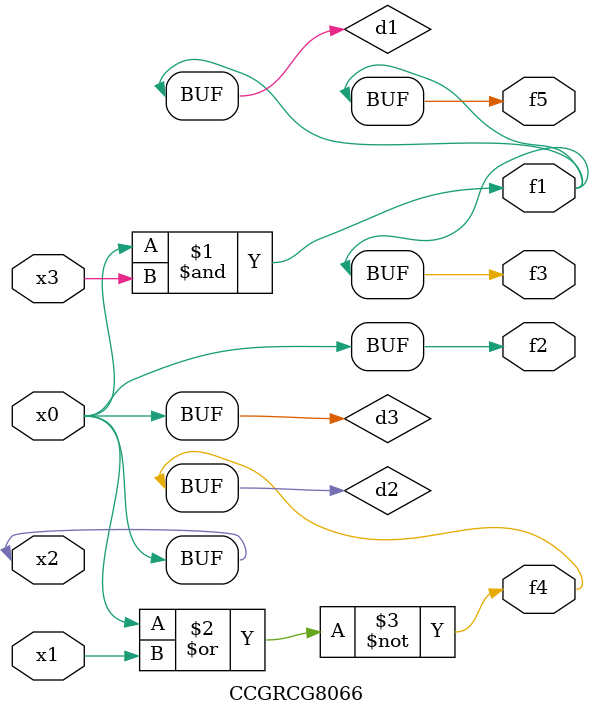
<source format=v>
module CCGRCG8066(
	input x0, x1, x2, x3,
	output f1, f2, f3, f4, f5
);

	wire d1, d2, d3;

	and (d1, x2, x3);
	nor (d2, x0, x1);
	buf (d3, x0, x2);
	assign f1 = d1;
	assign f2 = d3;
	assign f3 = d1;
	assign f4 = d2;
	assign f5 = d1;
endmodule

</source>
